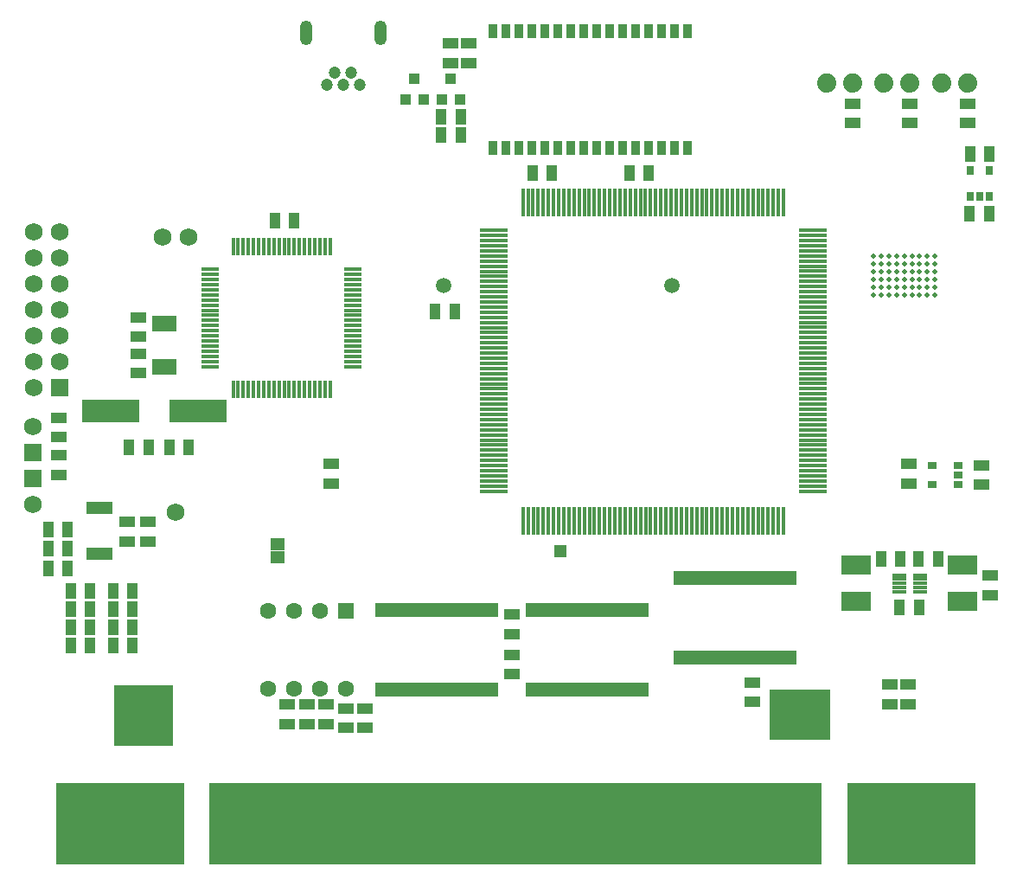
<source format=gts>
G04 (created by PCBNEW-RS274X (2010-12-16 BZR 2663)-testing) date Tue 15 Feb 2011 12:52:38 PM CET*
G01*
G70*
G90*
%MOIN*%
G04 Gerber Fmt 3.4, Leading zero omitted, Abs format*
%FSLAX34Y34*%
G04 APERTURE LIST*
%ADD10C,0.008000*%
%ADD11R,0.019800X0.055200*%
%ADD12R,0.038000X0.028000*%
%ADD13R,0.028000X0.038000*%
%ADD14R,0.067000X0.017800*%
%ADD15R,0.017800X0.067000*%
%ADD16R,0.018000X0.108000*%
%ADD17R,0.108000X0.018000*%
%ADD18R,0.044000X0.044000*%
%ADD19R,0.094600X0.059200*%
%ADD20R,0.068000X0.068000*%
%ADD21C,0.068000*%
%ADD22C,0.047400*%
%ADD23O,0.047400X0.094600*%
%ADD24O,0.019400X0.019400*%
%ADD25R,0.019800X0.047300*%
%ADD26R,0.063000X0.043000*%
%ADD27R,0.043000X0.063000*%
%ADD28C,0.059200*%
%ADD29R,0.047400X0.047400*%
%ADD30R,0.058000X0.046000*%
%ADD31R,0.063000X0.063000*%
%ADD32C,0.063000*%
%ADD33R,0.492900X0.315800*%
%ADD34R,2.363000X0.315800*%
%ADD35R,0.237000X0.197700*%
%ADD36R,0.229100X0.237000*%
%ADD37R,0.118000X0.078000*%
%ADD38C,0.074000*%
%ADD39R,0.224600X0.086700*%
%ADD40R,0.037500X0.057900*%
%ADD41R,0.057300X0.015900*%
%ADD42R,0.053400X0.015900*%
G04 APERTURE END LIST*
G54D10*
G54D11*
X51787Y-47635D03*
X51984Y-47635D03*
X52180Y-47635D03*
X52377Y-47635D03*
X52574Y-47635D03*
X52771Y-47635D03*
X52968Y-47635D03*
X53165Y-47635D03*
X53362Y-47635D03*
X53558Y-47635D03*
X53755Y-47635D03*
X53952Y-47635D03*
X54148Y-47635D03*
X54345Y-47635D03*
X54542Y-47635D03*
X54738Y-47635D03*
X54935Y-47635D03*
X55132Y-47635D03*
X55329Y-47635D03*
X55526Y-47635D03*
X55723Y-47635D03*
X55920Y-47635D03*
X56116Y-47635D03*
X56313Y-47635D03*
X56313Y-44565D03*
X56116Y-44565D03*
X55920Y-44565D03*
X55723Y-44565D03*
X55526Y-44565D03*
X55329Y-44565D03*
X55132Y-44565D03*
X54935Y-44565D03*
X54738Y-44565D03*
X54542Y-44565D03*
X54345Y-44565D03*
X54148Y-44565D03*
X53952Y-44565D03*
X53755Y-44565D03*
X53558Y-44565D03*
X53362Y-44565D03*
X53165Y-44565D03*
X52968Y-44565D03*
X52771Y-44565D03*
X52574Y-44565D03*
X52377Y-44565D03*
X52180Y-44565D03*
X51984Y-44565D03*
X51787Y-44565D03*
X63287Y-46385D03*
X63484Y-46385D03*
X63680Y-46385D03*
X63877Y-46385D03*
X64074Y-46385D03*
X64271Y-46385D03*
X64468Y-46385D03*
X64665Y-46385D03*
X64862Y-46385D03*
X65058Y-46385D03*
X65255Y-46385D03*
X65452Y-46385D03*
X65648Y-46385D03*
X65845Y-46385D03*
X66042Y-46385D03*
X66238Y-46385D03*
X66435Y-46385D03*
X66632Y-46385D03*
X66829Y-46385D03*
X67026Y-46385D03*
X67223Y-46385D03*
X67420Y-46385D03*
X67616Y-46385D03*
X67813Y-46385D03*
X67813Y-43315D03*
X67616Y-43315D03*
X67420Y-43315D03*
X67223Y-43315D03*
X67026Y-43315D03*
X66829Y-43315D03*
X66632Y-43315D03*
X66435Y-43315D03*
X66238Y-43315D03*
X66042Y-43315D03*
X65845Y-43315D03*
X65648Y-43315D03*
X65452Y-43315D03*
X65255Y-43315D03*
X65058Y-43315D03*
X64862Y-43315D03*
X64665Y-43315D03*
X64468Y-43315D03*
X64271Y-43315D03*
X64074Y-43315D03*
X63877Y-43315D03*
X63680Y-43315D03*
X63484Y-43315D03*
X63287Y-43315D03*
X57587Y-47635D03*
X57784Y-47635D03*
X57980Y-47635D03*
X58177Y-47635D03*
X58374Y-47635D03*
X58571Y-47635D03*
X58768Y-47635D03*
X58965Y-47635D03*
X59162Y-47635D03*
X59358Y-47635D03*
X59555Y-47635D03*
X59752Y-47635D03*
X59948Y-47635D03*
X60145Y-47635D03*
X60342Y-47635D03*
X60538Y-47635D03*
X60735Y-47635D03*
X60932Y-47635D03*
X61129Y-47635D03*
X61326Y-47635D03*
X61523Y-47635D03*
X61720Y-47635D03*
X61916Y-47635D03*
X62113Y-47635D03*
X62113Y-44565D03*
X61916Y-44565D03*
X61720Y-44565D03*
X61523Y-44565D03*
X61326Y-44565D03*
X61129Y-44565D03*
X60932Y-44565D03*
X60735Y-44565D03*
X60538Y-44565D03*
X60342Y-44565D03*
X60145Y-44565D03*
X59948Y-44565D03*
X59752Y-44565D03*
X59555Y-44565D03*
X59358Y-44565D03*
X59162Y-44565D03*
X58965Y-44565D03*
X58768Y-44565D03*
X58571Y-44565D03*
X58374Y-44565D03*
X58177Y-44565D03*
X57980Y-44565D03*
X57784Y-44565D03*
X57587Y-44565D03*
G54D12*
X74145Y-39733D03*
X74145Y-38983D03*
X73145Y-39733D03*
X74145Y-39358D03*
X73145Y-38983D03*
G54D13*
X74605Y-28635D03*
X75355Y-28635D03*
X74605Y-27635D03*
X74980Y-28635D03*
X75355Y-27635D03*
G54D14*
X45320Y-31430D03*
X45320Y-31627D03*
X45320Y-31824D03*
X45320Y-32021D03*
X45320Y-32218D03*
X45320Y-32415D03*
X45320Y-32612D03*
X45320Y-32808D03*
X45320Y-33005D03*
X45320Y-33202D03*
X45320Y-33398D03*
X45320Y-33595D03*
X45320Y-33792D03*
X45320Y-33988D03*
X45320Y-34185D03*
X45320Y-34382D03*
X45320Y-34579D03*
X45320Y-34776D03*
X45320Y-34973D03*
X45320Y-35170D03*
G54D15*
X46205Y-36055D03*
X46402Y-36055D03*
X46599Y-36055D03*
X46796Y-36055D03*
X46993Y-36055D03*
X47190Y-36055D03*
X47387Y-36055D03*
X47583Y-36055D03*
X47780Y-36055D03*
X47977Y-36055D03*
X48173Y-36055D03*
X48370Y-36055D03*
X48567Y-36055D03*
X48763Y-36055D03*
X48960Y-36055D03*
X49157Y-36055D03*
X49354Y-36055D03*
X49551Y-36055D03*
X49748Y-36055D03*
X49945Y-36055D03*
G54D14*
X50830Y-35170D03*
X50830Y-34973D03*
X50830Y-34776D03*
X50830Y-34579D03*
X50830Y-34382D03*
X50830Y-34185D03*
X50830Y-33988D03*
X50830Y-33792D03*
X50830Y-33595D03*
X50830Y-33398D03*
X50830Y-33202D03*
X50830Y-33005D03*
X50830Y-32808D03*
X50830Y-32612D03*
X50830Y-32415D03*
X50830Y-32218D03*
X50830Y-32021D03*
X50830Y-31824D03*
X50830Y-31627D03*
X50830Y-31430D03*
G54D15*
X49945Y-30545D03*
X49748Y-30545D03*
X49551Y-30545D03*
X49354Y-30545D03*
X49157Y-30545D03*
X48960Y-30545D03*
X48763Y-30545D03*
X48567Y-30545D03*
X48370Y-30545D03*
X48173Y-30545D03*
X47977Y-30545D03*
X47780Y-30545D03*
X47583Y-30545D03*
X47387Y-30545D03*
X47190Y-30545D03*
X46993Y-30545D03*
X46796Y-30545D03*
X46599Y-30545D03*
X46402Y-30545D03*
X46205Y-30545D03*
G54D16*
X67423Y-28850D03*
X67226Y-28850D03*
X67029Y-28850D03*
X66832Y-28850D03*
X66635Y-28850D03*
X66438Y-28850D03*
X66241Y-28850D03*
X66044Y-28850D03*
X65847Y-28850D03*
X65650Y-28850D03*
X65453Y-28850D03*
X65256Y-28850D03*
X65059Y-28850D03*
X64862Y-28850D03*
X64665Y-28850D03*
X64468Y-28850D03*
X64271Y-28850D03*
X64074Y-28850D03*
X63877Y-28850D03*
X63680Y-28850D03*
X63483Y-28850D03*
X63286Y-28850D03*
X63089Y-28850D03*
X62892Y-28850D03*
X62695Y-28850D03*
X62498Y-28850D03*
X62301Y-28850D03*
X62104Y-28850D03*
X61907Y-28850D03*
X61710Y-28850D03*
X61513Y-28850D03*
X61316Y-28850D03*
X61119Y-28850D03*
X60922Y-28850D03*
X60725Y-28850D03*
X60528Y-28850D03*
X60331Y-28850D03*
X60134Y-28850D03*
X59937Y-28850D03*
X59740Y-28850D03*
X59543Y-28850D03*
X59346Y-28850D03*
X59149Y-28850D03*
X58952Y-28850D03*
X58755Y-28850D03*
X58558Y-28850D03*
X58361Y-28850D03*
X58164Y-28850D03*
X57967Y-28850D03*
X57770Y-28850D03*
X57573Y-28850D03*
X57376Y-28850D03*
G54D17*
X56270Y-29927D03*
X56270Y-30124D03*
X56270Y-30321D03*
X56270Y-30518D03*
X56270Y-30715D03*
X56270Y-30912D03*
X56270Y-31109D03*
X56270Y-31306D03*
X56270Y-31503D03*
X56270Y-31700D03*
X56270Y-31897D03*
X56270Y-32094D03*
X56270Y-32291D03*
X56270Y-32488D03*
X56270Y-32685D03*
X56270Y-32882D03*
X56270Y-33079D03*
X56270Y-33276D03*
X56270Y-33473D03*
X56270Y-33670D03*
X56270Y-33867D03*
X56270Y-34064D03*
X56270Y-34261D03*
X56270Y-34458D03*
X56270Y-34655D03*
X56270Y-34852D03*
X56270Y-35049D03*
X56270Y-35246D03*
X56270Y-35443D03*
X56270Y-35640D03*
X56270Y-35837D03*
X56270Y-36034D03*
X56270Y-36231D03*
X56270Y-36428D03*
X56270Y-36625D03*
X56270Y-36822D03*
X56270Y-37019D03*
X56270Y-37216D03*
X56270Y-37413D03*
X56270Y-37610D03*
X56270Y-37807D03*
X56270Y-38004D03*
X56270Y-38201D03*
X56270Y-38398D03*
X56270Y-38595D03*
X56270Y-38792D03*
X56270Y-38989D03*
X56270Y-39186D03*
X56270Y-39383D03*
X56270Y-39580D03*
X56270Y-39777D03*
X56270Y-39974D03*
G54D16*
X57377Y-41130D03*
X57574Y-41130D03*
X57771Y-41130D03*
X57968Y-41130D03*
X58165Y-41130D03*
X58362Y-41130D03*
X58559Y-41130D03*
X58756Y-41130D03*
X58953Y-41130D03*
X59150Y-41130D03*
X59347Y-41130D03*
X59544Y-41130D03*
X59741Y-41130D03*
X59938Y-41130D03*
X60135Y-41130D03*
X60332Y-41130D03*
X60529Y-41130D03*
X60726Y-41130D03*
X60923Y-41130D03*
X61120Y-41130D03*
X61317Y-41130D03*
X61514Y-41130D03*
X61711Y-41130D03*
X61908Y-41130D03*
X62105Y-41130D03*
X62302Y-41130D03*
X62499Y-41130D03*
X62696Y-41130D03*
X62893Y-41130D03*
X63090Y-41130D03*
X63287Y-41130D03*
X63484Y-41130D03*
X63681Y-41130D03*
X63878Y-41130D03*
X64075Y-41130D03*
X64272Y-41130D03*
X64469Y-41130D03*
X64666Y-41130D03*
X64863Y-41130D03*
X65060Y-41130D03*
X65257Y-41130D03*
X65454Y-41130D03*
X65651Y-41130D03*
X65848Y-41130D03*
X66045Y-41130D03*
X66242Y-41130D03*
X66439Y-41130D03*
X66636Y-41130D03*
X66833Y-41130D03*
X67030Y-41130D03*
X67227Y-41130D03*
X67424Y-41130D03*
G54D17*
X68550Y-39973D03*
X68550Y-39776D03*
X68550Y-39579D03*
X68550Y-39382D03*
X68550Y-39185D03*
X68550Y-38988D03*
X68550Y-38791D03*
X68550Y-38594D03*
X68550Y-38397D03*
X68550Y-38200D03*
X68550Y-38003D03*
X68550Y-37806D03*
X68550Y-37609D03*
X68550Y-37412D03*
X68550Y-37215D03*
X68550Y-37018D03*
X68550Y-36821D03*
X68550Y-36624D03*
X68550Y-36427D03*
X68550Y-36230D03*
X68550Y-36033D03*
X68550Y-35836D03*
X68550Y-35639D03*
X68550Y-35442D03*
X68550Y-35245D03*
X68550Y-35048D03*
X68550Y-34851D03*
X68550Y-34654D03*
X68550Y-34457D03*
X68550Y-34260D03*
X68550Y-34063D03*
X68550Y-33866D03*
X68550Y-33669D03*
X68550Y-33472D03*
X68550Y-33275D03*
X68550Y-33078D03*
X68550Y-32881D03*
X68550Y-32684D03*
X68550Y-32487D03*
X68550Y-32290D03*
X68550Y-32093D03*
X68550Y-31896D03*
X68550Y-31699D03*
X68550Y-31502D03*
X68550Y-31305D03*
X68550Y-31108D03*
X68550Y-30911D03*
X68550Y-30714D03*
X68550Y-30517D03*
X68550Y-30320D03*
X68550Y-30123D03*
X68550Y-29926D03*
G54D18*
X53550Y-24875D03*
X52850Y-24875D03*
X53200Y-24075D03*
G54D19*
X43550Y-33523D03*
X43550Y-35177D03*
G54D20*
X38500Y-38500D03*
G54D21*
X38500Y-37500D03*
G54D22*
X50135Y-23864D03*
X50450Y-24336D03*
X50765Y-23864D03*
X51080Y-24336D03*
X49820Y-24336D03*
G54D23*
X49013Y-22328D03*
X51887Y-22328D03*
G54D18*
X54950Y-24875D03*
X54250Y-24875D03*
X54600Y-24075D03*
G54D20*
X38500Y-39500D03*
G54D21*
X38500Y-40500D03*
X44000Y-40800D03*
X44500Y-30200D03*
X43500Y-30200D03*
G54D24*
X73260Y-30932D03*
X72964Y-30932D03*
X72669Y-30932D03*
X72374Y-30932D03*
X72079Y-30932D03*
X71784Y-30932D03*
X71489Y-30932D03*
X71194Y-30932D03*
X70898Y-30932D03*
X73260Y-31228D03*
X72964Y-31228D03*
X72669Y-31228D03*
X72374Y-31228D03*
X72079Y-31228D03*
X71784Y-31228D03*
X71489Y-31228D03*
X71194Y-31228D03*
X70898Y-31228D03*
X73260Y-31523D03*
X72964Y-31523D03*
X72669Y-31523D03*
X72374Y-31523D03*
X72079Y-31523D03*
X71784Y-31523D03*
X71489Y-31523D03*
X71194Y-31523D03*
X70898Y-31523D03*
X73260Y-31817D03*
X72964Y-31817D03*
X72669Y-31817D03*
X72374Y-31817D03*
X72079Y-31817D03*
X71784Y-31817D03*
X71489Y-31817D03*
X71194Y-31817D03*
X70898Y-31817D03*
X73260Y-32112D03*
X72964Y-32112D03*
X72669Y-32112D03*
X72374Y-32112D03*
X72079Y-32112D03*
X71784Y-32112D03*
X71489Y-32112D03*
X71194Y-32112D03*
X70898Y-32112D03*
X73260Y-32408D03*
X72964Y-32408D03*
X72669Y-32408D03*
X72374Y-32408D03*
X72079Y-32408D03*
X71784Y-32408D03*
X71489Y-32408D03*
X71194Y-32408D03*
X70898Y-32408D03*
G54D25*
X41443Y-40615D03*
X41246Y-40615D03*
X41050Y-40615D03*
X40854Y-40615D03*
X40657Y-40615D03*
X40657Y-42385D03*
X40854Y-42385D03*
X41050Y-42385D03*
X41246Y-42385D03*
X41443Y-42385D03*
G54D20*
X39516Y-35992D03*
G54D21*
X38516Y-35992D03*
X39516Y-34992D03*
X38516Y-34992D03*
X39516Y-33992D03*
X38516Y-33992D03*
X39516Y-32992D03*
X38516Y-32992D03*
X39516Y-31992D03*
X38516Y-31992D03*
X39516Y-30992D03*
X38516Y-30992D03*
X39516Y-29992D03*
X38516Y-29992D03*
G54D26*
X49050Y-48200D03*
X49050Y-48950D03*
X42913Y-41910D03*
X42913Y-41160D03*
X70075Y-25800D03*
X70075Y-25050D03*
X39475Y-38600D03*
X39475Y-39350D03*
X39488Y-37895D03*
X39488Y-37145D03*
G54D27*
X72650Y-44450D03*
X71900Y-44450D03*
X71175Y-42575D03*
X71925Y-42575D03*
G54D26*
X75400Y-43975D03*
X75400Y-43225D03*
G54D27*
X73375Y-42575D03*
X72625Y-42575D03*
G54D26*
X72245Y-39683D03*
X72245Y-38933D03*
G54D27*
X74605Y-26985D03*
X75355Y-26985D03*
G54D26*
X75051Y-39735D03*
X75051Y-38985D03*
G54D27*
X74595Y-29295D03*
X75345Y-29295D03*
G54D26*
X55300Y-22725D03*
X55300Y-23475D03*
X42126Y-41910D03*
X42126Y-41160D03*
G54D27*
X54750Y-33050D03*
X54000Y-33050D03*
X62225Y-27725D03*
X61475Y-27725D03*
X57750Y-27725D03*
X58500Y-27725D03*
G54D26*
X42550Y-33275D03*
X42550Y-34025D03*
G54D27*
X44500Y-38275D03*
X43750Y-38275D03*
X42200Y-38275D03*
X42950Y-38275D03*
X54975Y-26250D03*
X54225Y-26250D03*
X54225Y-25550D03*
X54975Y-25550D03*
G54D26*
X54600Y-22725D03*
X54600Y-23475D03*
X74525Y-25800D03*
X74525Y-25050D03*
X72300Y-25800D03*
X72300Y-25050D03*
G54D27*
X47814Y-29567D03*
X48564Y-29567D03*
G54D26*
X50000Y-39675D03*
X50000Y-38925D03*
G54D27*
X39825Y-41450D03*
X39075Y-41450D03*
X39825Y-42200D03*
X39075Y-42200D03*
X39825Y-42950D03*
X39075Y-42950D03*
X41575Y-45925D03*
X42325Y-45925D03*
X40700Y-45225D03*
X39950Y-45225D03*
X39950Y-44525D03*
X40700Y-44525D03*
X39950Y-43825D03*
X40700Y-43825D03*
X42325Y-43825D03*
X41575Y-43825D03*
X40700Y-45925D03*
X39950Y-45925D03*
X42325Y-44525D03*
X41575Y-44525D03*
X41575Y-45225D03*
X42325Y-45225D03*
G54D26*
X42550Y-35425D03*
X42550Y-34675D03*
G54D28*
X54314Y-32049D03*
X63133Y-32049D03*
G54D26*
X56950Y-46275D03*
X56950Y-47025D03*
X56950Y-44725D03*
X56950Y-45475D03*
G54D29*
X58825Y-42275D03*
G54D30*
X47925Y-42025D03*
X47925Y-42525D03*
G54D31*
X50550Y-44575D03*
G54D32*
X49550Y-44575D03*
X48550Y-44575D03*
X47550Y-44575D03*
X47550Y-47575D03*
X48550Y-47575D03*
X49550Y-47575D03*
X50550Y-47575D03*
G54D26*
X49800Y-48200D03*
X49800Y-48950D03*
X48300Y-48950D03*
X48300Y-48200D03*
X72225Y-47425D03*
X72225Y-48175D03*
X51300Y-48350D03*
X51300Y-49100D03*
X50550Y-48350D03*
X50550Y-49100D03*
X66225Y-47350D03*
X66225Y-48100D03*
X71525Y-47425D03*
X71525Y-48175D03*
G54D33*
X72356Y-52794D03*
X41844Y-52794D03*
G54D34*
X57100Y-52794D03*
G54D35*
X68045Y-48581D03*
G54D36*
X42769Y-48620D03*
G54D37*
X74325Y-44225D03*
X74325Y-42825D03*
X70225Y-42825D03*
X70225Y-44225D03*
G54D38*
X71300Y-24250D03*
X72300Y-24250D03*
X73525Y-24250D03*
X74525Y-24250D03*
X69075Y-24250D03*
X70075Y-24250D03*
G54D39*
X41502Y-36900D03*
X44848Y-36900D03*
G54D40*
X56226Y-26749D03*
X56726Y-26749D03*
X57226Y-26749D03*
X57726Y-26749D03*
X58226Y-26749D03*
X58726Y-26749D03*
X59226Y-26749D03*
X59726Y-26749D03*
X60224Y-26749D03*
X60724Y-26749D03*
X61224Y-26749D03*
X61724Y-26749D03*
X62224Y-26749D03*
X62724Y-26749D03*
X63224Y-26749D03*
X63724Y-26749D03*
X63724Y-22251D03*
X63224Y-22251D03*
X62724Y-22251D03*
X62224Y-22251D03*
X61724Y-22251D03*
X61224Y-22251D03*
X60724Y-22251D03*
X60224Y-22251D03*
X59726Y-22251D03*
X59226Y-22251D03*
X58726Y-22251D03*
X58226Y-22251D03*
X57726Y-22251D03*
X57226Y-22251D03*
X56726Y-22251D03*
X56226Y-22251D03*
G54D41*
X71890Y-43211D03*
G54D42*
X71871Y-43368D03*
X71871Y-43525D03*
X71871Y-43682D03*
X71871Y-43839D03*
X72679Y-43839D03*
X72679Y-43682D03*
X72679Y-43525D03*
X72679Y-43368D03*
X72679Y-43211D03*
M02*

</source>
